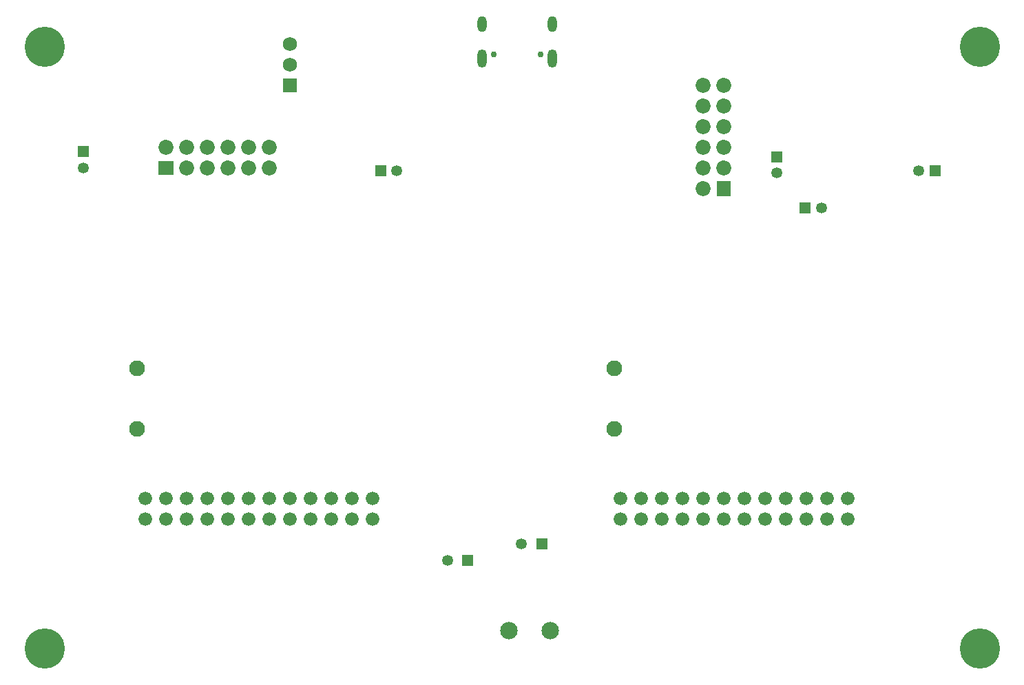
<source format=gbs>
G04*
G04 #@! TF.GenerationSoftware,Altium Limited,Altium Designer,24.8.2 (39)*
G04*
G04 Layer_Color=16711935*
%FSLAX25Y25*%
%MOIN*%
G70*
G04*
G04 #@! TF.SameCoordinates,EEE2A11A-5DF4-4F78-A986-74189AFA003E*
G04*
G04*
G04 #@! TF.FilePolarity,Negative*
G04*
G01*
G75*
%ADD85R,0.05315X0.05315*%
%ADD86C,0.05315*%
%ADD87R,0.05315X0.05315*%
%ADD88C,0.19488*%
%ADD89C,0.07677*%
%ADD90O,0.04528X0.08858*%
%ADD91C,0.02953*%
%ADD92O,0.04528X0.07677*%
%ADD93R,0.06890X0.06890*%
%ADD94C,0.06890*%
%ADD95C,0.08465*%
%ADD96C,0.06591*%
%ADD97R,0.07284X0.06890*%
%ADD98C,0.07284*%
%ADD99R,0.06890X0.07284*%
D85*
X374200Y257874D02*
D03*
X38583Y260394D02*
D03*
D86*
X374200Y250000D02*
D03*
X395737Y233200D02*
D03*
X190274Y251000D02*
D03*
X442963Y251200D02*
D03*
X214740Y62520D02*
D03*
X38583Y252520D02*
D03*
X250583Y70520D02*
D03*
D87*
X387863Y233200D02*
D03*
X182400Y251000D02*
D03*
X450837Y251200D02*
D03*
X224583Y62520D02*
D03*
X260425Y70520D02*
D03*
D88*
X472441Y311024D02*
D03*
Y19685D02*
D03*
X19685D02*
D03*
Y311024D02*
D03*
D89*
X64583Y125992D02*
D03*
Y155520D02*
D03*
X295583Y125992D02*
D03*
Y155520D02*
D03*
D90*
X231575Y305423D02*
D03*
X265591D02*
D03*
D91*
X237205Y307392D02*
D03*
X259961D02*
D03*
D92*
X231575Y321880D02*
D03*
X265591D02*
D03*
D93*
X138583Y292520D02*
D03*
D94*
Y302520D02*
D03*
Y312520D02*
D03*
D95*
X244583Y28520D02*
D03*
X264583D02*
D03*
D96*
X68583Y82520D02*
D03*
X88583D02*
D03*
X98583D02*
D03*
X108583D02*
D03*
X78583D02*
D03*
X68583Y92520D02*
D03*
X78583D02*
D03*
X108583D02*
D03*
X98583D02*
D03*
X88583D02*
D03*
X128583Y82520D02*
D03*
X118583D02*
D03*
X158583D02*
D03*
X138583D02*
D03*
X148583D02*
D03*
X178583D02*
D03*
X168583D02*
D03*
X118583Y92520D02*
D03*
X138583D02*
D03*
X128583D02*
D03*
X148583D02*
D03*
X178583D02*
D03*
X158583D02*
D03*
X168583D02*
D03*
X298583Y82520D02*
D03*
X318583D02*
D03*
X328583D02*
D03*
X338583D02*
D03*
X308583D02*
D03*
X298583Y92520D02*
D03*
X308583D02*
D03*
X338583D02*
D03*
X328583D02*
D03*
X318583D02*
D03*
X358583Y82520D02*
D03*
X348583D02*
D03*
X388583D02*
D03*
X368583D02*
D03*
X378583D02*
D03*
X408583D02*
D03*
X398583D02*
D03*
X348583Y92520D02*
D03*
X368583D02*
D03*
X358583D02*
D03*
X378583D02*
D03*
X408583D02*
D03*
X388583D02*
D03*
X398583D02*
D03*
D97*
X78583Y252520D02*
D03*
D98*
Y262520D02*
D03*
X88583D02*
D03*
Y252520D02*
D03*
X98583D02*
D03*
X118583D02*
D03*
X108583D02*
D03*
X128583D02*
D03*
X98583Y262520D02*
D03*
X108583D02*
D03*
X128583D02*
D03*
X118583D02*
D03*
X338583Y242520D02*
D03*
Y292520D02*
D03*
Y282520D02*
D03*
Y272520D02*
D03*
Y252520D02*
D03*
Y262520D02*
D03*
X348583Y252520D02*
D03*
Y272520D02*
D03*
Y262520D02*
D03*
Y292520D02*
D03*
Y282520D02*
D03*
D99*
Y242520D02*
D03*
M02*

</source>
